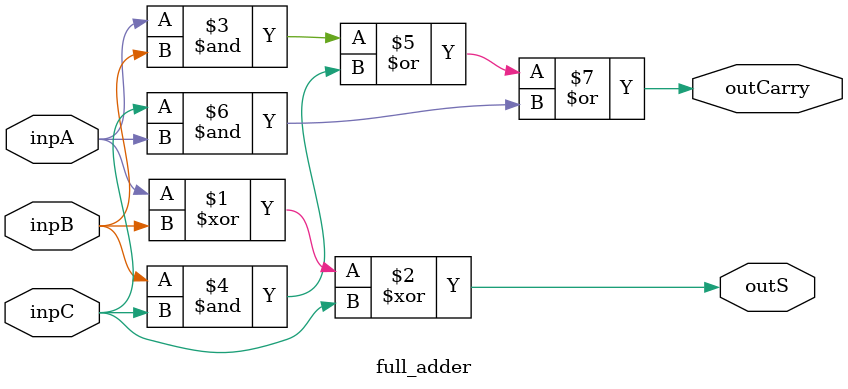
<source format=v>
`timescale 1ns / 1ps


module full_adder(inpA, inpB, inpC, outS, outCarry);

input inpA, inpB, inpC;
output outS, outCarry;

assign outS = inpA^inpB^inpC;
assign outCarry = (inpA&inpB)|(inpB&inpC)|(inpC&inpA);

endmodule

</source>
